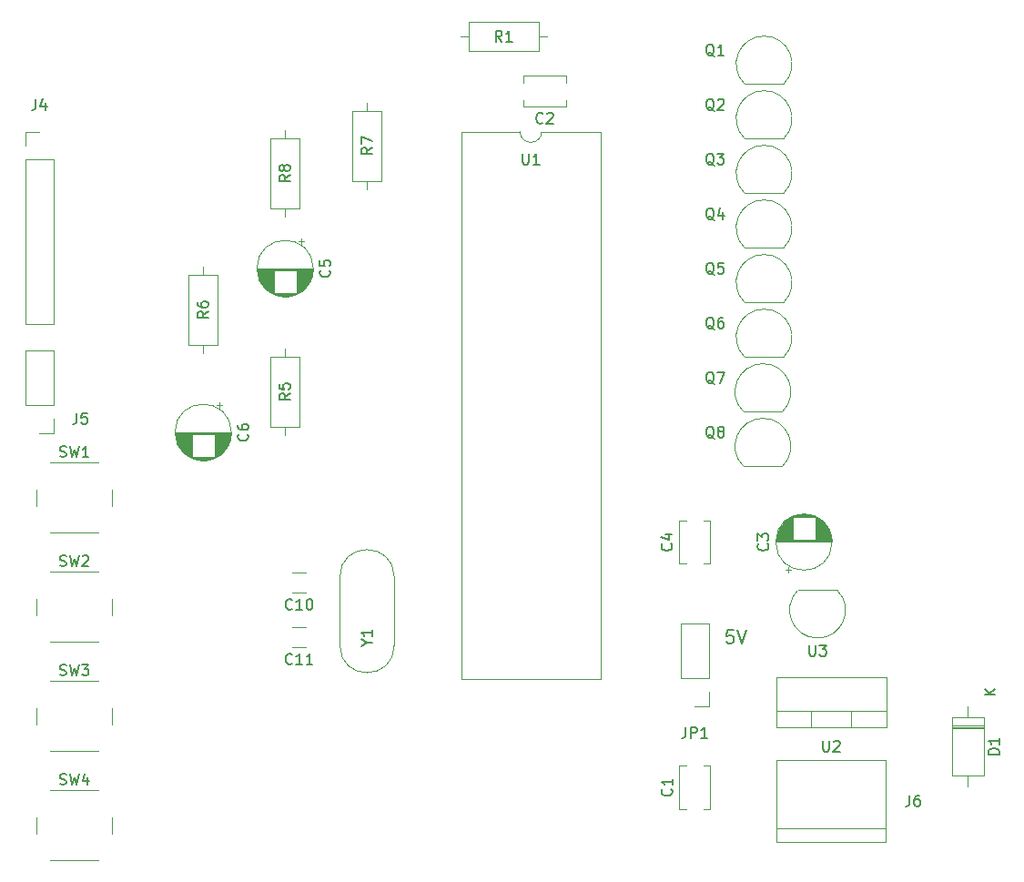
<source format=gto>
G04 #@! TF.GenerationSoftware,KiCad,Pcbnew,5.1.5-5.1.5*
G04 #@! TF.CreationDate,2020-09-06T13:46:36+10:00*
G04 #@! TF.ProjectId,89c52board,38396335-3262-46f6-9172-642e6b696361,rev?*
G04 #@! TF.SameCoordinates,PX48ab840PY18392c0*
G04 #@! TF.FileFunction,Legend,Top*
G04 #@! TF.FilePolarity,Positive*
%FSLAX46Y46*%
G04 Gerber Fmt 4.6, Leading zero omitted, Abs format (unit mm)*
G04 Created by KiCad (PCBNEW 5.1.5-5.1.5) date 2020-09-06 13:46:37*
%MOMM*%
%LPD*%
G04 APERTURE LIST*
%ADD10C,0.200000*%
%ADD11C,0.120000*%
%ADD12C,0.150000*%
G04 APERTURE END LIST*
D10*
X64541428Y-60302857D02*
X63970000Y-60302857D01*
X63912857Y-60874285D01*
X63970000Y-60817142D01*
X64084285Y-60760000D01*
X64370000Y-60760000D01*
X64484285Y-60817142D01*
X64541428Y-60874285D01*
X64598571Y-60988571D01*
X64598571Y-61274285D01*
X64541428Y-61388571D01*
X64484285Y-61445714D01*
X64370000Y-61502857D01*
X64084285Y-61502857D01*
X63970000Y-61445714D01*
X63912857Y-61388571D01*
X64941428Y-60302857D02*
X65341428Y-61502857D01*
X65741428Y-60302857D01*
D11*
X61755000Y-50070000D02*
X62380000Y-50070000D01*
X59540000Y-50070000D02*
X60165000Y-50070000D01*
X61755000Y-54110000D02*
X62380000Y-54110000D01*
X59540000Y-54110000D02*
X60165000Y-54110000D01*
X62380000Y-54110000D02*
X62380000Y-50070000D01*
X59540000Y-54110000D02*
X59540000Y-50070000D01*
X60165000Y-76930000D02*
X59540000Y-76930000D01*
X62380000Y-76930000D02*
X61755000Y-76930000D01*
X60165000Y-72890000D02*
X59540000Y-72890000D01*
X62380000Y-72890000D02*
X61755000Y-72890000D01*
X59540000Y-72890000D02*
X59540000Y-76930000D01*
X62380000Y-72890000D02*
X62380000Y-76930000D01*
X69395000Y-54644775D02*
X69895000Y-54644775D01*
X69645000Y-54894775D02*
X69645000Y-54394775D01*
X70836000Y-49489000D02*
X71404000Y-49489000D01*
X70602000Y-49529000D02*
X71638000Y-49529000D01*
X70443000Y-49569000D02*
X71797000Y-49569000D01*
X70315000Y-49609000D02*
X71925000Y-49609000D01*
X70205000Y-49649000D02*
X72035000Y-49649000D01*
X70109000Y-49689000D02*
X72131000Y-49689000D01*
X70022000Y-49729000D02*
X72218000Y-49729000D01*
X69942000Y-49769000D02*
X72298000Y-49769000D01*
X72160000Y-49809000D02*
X72371000Y-49809000D01*
X69869000Y-49809000D02*
X70080000Y-49809000D01*
X72160000Y-49849000D02*
X72439000Y-49849000D01*
X69801000Y-49849000D02*
X70080000Y-49849000D01*
X72160000Y-49889000D02*
X72503000Y-49889000D01*
X69737000Y-49889000D02*
X70080000Y-49889000D01*
X72160000Y-49929000D02*
X72563000Y-49929000D01*
X69677000Y-49929000D02*
X70080000Y-49929000D01*
X72160000Y-49969000D02*
X72620000Y-49969000D01*
X69620000Y-49969000D02*
X70080000Y-49969000D01*
X72160000Y-50009000D02*
X72674000Y-50009000D01*
X69566000Y-50009000D02*
X70080000Y-50009000D01*
X72160000Y-50049000D02*
X72725000Y-50049000D01*
X69515000Y-50049000D02*
X70080000Y-50049000D01*
X72160000Y-50089000D02*
X72773000Y-50089000D01*
X69467000Y-50089000D02*
X70080000Y-50089000D01*
X72160000Y-50129000D02*
X72819000Y-50129000D01*
X69421000Y-50129000D02*
X70080000Y-50129000D01*
X72160000Y-50169000D02*
X72863000Y-50169000D01*
X69377000Y-50169000D02*
X70080000Y-50169000D01*
X72160000Y-50209000D02*
X72905000Y-50209000D01*
X69335000Y-50209000D02*
X70080000Y-50209000D01*
X72160000Y-50249000D02*
X72946000Y-50249000D01*
X69294000Y-50249000D02*
X70080000Y-50249000D01*
X72160000Y-50289000D02*
X72984000Y-50289000D01*
X69256000Y-50289000D02*
X70080000Y-50289000D01*
X72160000Y-50329000D02*
X73021000Y-50329000D01*
X69219000Y-50329000D02*
X70080000Y-50329000D01*
X72160000Y-50369000D02*
X73057000Y-50369000D01*
X69183000Y-50369000D02*
X70080000Y-50369000D01*
X72160000Y-50409000D02*
X73091000Y-50409000D01*
X69149000Y-50409000D02*
X70080000Y-50409000D01*
X72160000Y-50449000D02*
X73124000Y-50449000D01*
X69116000Y-50449000D02*
X70080000Y-50449000D01*
X72160000Y-50489000D02*
X73155000Y-50489000D01*
X69085000Y-50489000D02*
X70080000Y-50489000D01*
X72160000Y-50529000D02*
X73185000Y-50529000D01*
X69055000Y-50529000D02*
X70080000Y-50529000D01*
X72160000Y-50569000D02*
X73215000Y-50569000D01*
X69025000Y-50569000D02*
X70080000Y-50569000D01*
X72160000Y-50609000D02*
X73242000Y-50609000D01*
X68998000Y-50609000D02*
X70080000Y-50609000D01*
X72160000Y-50649000D02*
X73269000Y-50649000D01*
X68971000Y-50649000D02*
X70080000Y-50649000D01*
X72160000Y-50689000D02*
X73295000Y-50689000D01*
X68945000Y-50689000D02*
X70080000Y-50689000D01*
X72160000Y-50729000D02*
X73320000Y-50729000D01*
X68920000Y-50729000D02*
X70080000Y-50729000D01*
X72160000Y-50769000D02*
X73344000Y-50769000D01*
X68896000Y-50769000D02*
X70080000Y-50769000D01*
X72160000Y-50809000D02*
X73367000Y-50809000D01*
X68873000Y-50809000D02*
X70080000Y-50809000D01*
X72160000Y-50849000D02*
X73388000Y-50849000D01*
X68852000Y-50849000D02*
X70080000Y-50849000D01*
X72160000Y-50889000D02*
X73410000Y-50889000D01*
X68830000Y-50889000D02*
X70080000Y-50889000D01*
X72160000Y-50929000D02*
X73430000Y-50929000D01*
X68810000Y-50929000D02*
X70080000Y-50929000D01*
X72160000Y-50969000D02*
X73449000Y-50969000D01*
X68791000Y-50969000D02*
X70080000Y-50969000D01*
X72160000Y-51009000D02*
X73468000Y-51009000D01*
X68772000Y-51009000D02*
X70080000Y-51009000D01*
X72160000Y-51049000D02*
X73485000Y-51049000D01*
X68755000Y-51049000D02*
X70080000Y-51049000D01*
X72160000Y-51089000D02*
X73502000Y-51089000D01*
X68738000Y-51089000D02*
X70080000Y-51089000D01*
X72160000Y-51129000D02*
X73518000Y-51129000D01*
X68722000Y-51129000D02*
X70080000Y-51129000D01*
X72160000Y-51169000D02*
X73534000Y-51169000D01*
X68706000Y-51169000D02*
X70080000Y-51169000D01*
X72160000Y-51209000D02*
X73548000Y-51209000D01*
X68692000Y-51209000D02*
X70080000Y-51209000D01*
X72160000Y-51249000D02*
X73562000Y-51249000D01*
X68678000Y-51249000D02*
X70080000Y-51249000D01*
X72160000Y-51289000D02*
X73575000Y-51289000D01*
X68665000Y-51289000D02*
X70080000Y-51289000D01*
X72160000Y-51329000D02*
X73588000Y-51329000D01*
X68652000Y-51329000D02*
X70080000Y-51329000D01*
X72160000Y-51369000D02*
X73600000Y-51369000D01*
X68640000Y-51369000D02*
X70080000Y-51369000D01*
X72160000Y-51410000D02*
X73611000Y-51410000D01*
X68629000Y-51410000D02*
X70080000Y-51410000D01*
X72160000Y-51450000D02*
X73621000Y-51450000D01*
X68619000Y-51450000D02*
X70080000Y-51450000D01*
X72160000Y-51490000D02*
X73631000Y-51490000D01*
X68609000Y-51490000D02*
X70080000Y-51490000D01*
X72160000Y-51530000D02*
X73640000Y-51530000D01*
X68600000Y-51530000D02*
X70080000Y-51530000D01*
X72160000Y-51570000D02*
X73648000Y-51570000D01*
X68592000Y-51570000D02*
X70080000Y-51570000D01*
X72160000Y-51610000D02*
X73656000Y-51610000D01*
X68584000Y-51610000D02*
X70080000Y-51610000D01*
X72160000Y-51650000D02*
X73663000Y-51650000D01*
X68577000Y-51650000D02*
X70080000Y-51650000D01*
X72160000Y-51690000D02*
X73670000Y-51690000D01*
X68570000Y-51690000D02*
X70080000Y-51690000D01*
X72160000Y-51730000D02*
X73676000Y-51730000D01*
X68564000Y-51730000D02*
X70080000Y-51730000D01*
X72160000Y-51770000D02*
X73681000Y-51770000D01*
X68559000Y-51770000D02*
X70080000Y-51770000D01*
X72160000Y-51810000D02*
X73685000Y-51810000D01*
X68555000Y-51810000D02*
X70080000Y-51810000D01*
X72160000Y-51850000D02*
X73689000Y-51850000D01*
X68551000Y-51850000D02*
X70080000Y-51850000D01*
X68547000Y-51890000D02*
X73693000Y-51890000D01*
X68544000Y-51930000D02*
X73696000Y-51930000D01*
X68542000Y-51970000D02*
X73698000Y-51970000D01*
X68541000Y-52010000D02*
X73699000Y-52010000D01*
X68540000Y-52050000D02*
X73700000Y-52050000D01*
X68540000Y-52090000D02*
X73700000Y-52090000D01*
X73740000Y-52090000D02*
G75*
G03X73740000Y-52090000I-2620000J0D01*
G01*
X44990000Y-9365000D02*
X44990000Y-8740000D01*
X44990000Y-11580000D02*
X44990000Y-10955000D01*
X49030000Y-9365000D02*
X49030000Y-8740000D01*
X49030000Y-11580000D02*
X49030000Y-10955000D01*
X49030000Y-8740000D02*
X44990000Y-8740000D01*
X49030000Y-11580000D02*
X44990000Y-11580000D01*
X87830000Y-69180000D02*
X84890000Y-69180000D01*
X87830000Y-69420000D02*
X84890000Y-69420000D01*
X87830000Y-69300000D02*
X84890000Y-69300000D01*
X86360000Y-74860000D02*
X86360000Y-73840000D01*
X86360000Y-67380000D02*
X86360000Y-68400000D01*
X87830000Y-73840000D02*
X87830000Y-68400000D01*
X84890000Y-73840000D02*
X87830000Y-73840000D01*
X84890000Y-68400000D02*
X84890000Y-73840000D01*
X87830000Y-68400000D02*
X84890000Y-68400000D01*
X69148478Y-45018478D02*
G75*
G03X67310000Y-40580000I-1838478J1838478D01*
G01*
X65471522Y-45018478D02*
G75*
G02X67310000Y-40580000I1838478J1838478D01*
G01*
X65510000Y-45030000D02*
X69110000Y-45030000D01*
X69148478Y-39938478D02*
G75*
G03X67310000Y-35500000I-1838478J1838478D01*
G01*
X65471522Y-39938478D02*
G75*
G02X67310000Y-35500000I1838478J1838478D01*
G01*
X65510000Y-39950000D02*
X69110000Y-39950000D01*
X68580000Y-80010000D02*
X78740000Y-80010000D01*
X68580000Y-72390000D02*
X68580000Y-80010000D01*
X78740000Y-72390000D02*
X68580000Y-72390000D01*
X78740000Y-80010000D02*
X78740000Y-72390000D01*
X78740000Y-78740000D02*
X68580000Y-78740000D01*
X62290000Y-67370000D02*
X60960000Y-67370000D01*
X62290000Y-66040000D02*
X62290000Y-67370000D01*
X62290000Y-64770000D02*
X59630000Y-64770000D01*
X59630000Y-64770000D02*
X59630000Y-59630000D01*
X62290000Y-64770000D02*
X62290000Y-59630000D01*
X62290000Y-59630000D02*
X59630000Y-59630000D01*
X-1330000Y-13910000D02*
X0Y-13910000D01*
X-1330000Y-15240000D02*
X-1330000Y-13910000D01*
X-1330000Y-16510000D02*
X1330000Y-16510000D01*
X1330000Y-16510000D02*
X1330000Y-31810000D01*
X-1330000Y-16510000D02*
X-1330000Y-31810000D01*
X-1330000Y-31810000D02*
X1330000Y-31810000D01*
X6750000Y-58880000D02*
X6750000Y-57380000D01*
X5500000Y-54880000D02*
X1000000Y-54880000D01*
X-250000Y-57380000D02*
X-250000Y-58880000D01*
X1000000Y-61380000D02*
X5500000Y-61380000D01*
X6750000Y-48720000D02*
X6750000Y-47220000D01*
X5500000Y-44720000D02*
X1000000Y-44720000D01*
X-250000Y-47220000D02*
X-250000Y-48720000D01*
X1000000Y-51220000D02*
X5500000Y-51220000D01*
X33005000Y-55320000D02*
G75*
G03X27955000Y-55320000I-2525000J0D01*
G01*
X33005000Y-61720000D02*
G75*
G02X27955000Y-61720000I-2525000J0D01*
G01*
X33005000Y-61720000D02*
X33005000Y-55320000D01*
X27955000Y-61720000D02*
X27955000Y-55320000D01*
X70551522Y-56581522D02*
G75*
G03X72390000Y-61020000I1838478J-1838478D01*
G01*
X74228478Y-56581522D02*
G75*
G02X72390000Y-61020000I-1838478J-1838478D01*
G01*
X74190000Y-56570000D02*
X70590000Y-56570000D01*
X71809000Y-69310000D02*
X71809000Y-67800000D01*
X75510000Y-69310000D02*
X75510000Y-67800000D01*
X78780000Y-67800000D02*
X68540000Y-67800000D01*
X68540000Y-69310000D02*
X68540000Y-64669000D01*
X78780000Y-69310000D02*
X78780000Y-64669000D01*
X78780000Y-64669000D02*
X68540000Y-64669000D01*
X78780000Y-69310000D02*
X68540000Y-69310000D01*
X52180000Y-13910000D02*
X46720000Y-13910000D01*
X52180000Y-64830000D02*
X52180000Y-13910000D01*
X39260000Y-64830000D02*
X52180000Y-64830000D01*
X39260000Y-13910000D02*
X39260000Y-64830000D01*
X44720000Y-13910000D02*
X39260000Y-13910000D01*
X46720000Y-13910000D02*
G75*
G02X44720000Y-13910000I-1000000J0D01*
G01*
X6750000Y-79200000D02*
X6750000Y-77700000D01*
X5500000Y-75200000D02*
X1000000Y-75200000D01*
X-250000Y-77700000D02*
X-250000Y-79200000D01*
X1000000Y-81700000D02*
X5500000Y-81700000D01*
X6750000Y-69040000D02*
X6750000Y-67540000D01*
X5500000Y-65040000D02*
X1000000Y-65040000D01*
X-250000Y-67540000D02*
X-250000Y-69040000D01*
X1000000Y-71540000D02*
X5500000Y-71540000D01*
X22860000Y-21820000D02*
X22860000Y-21050000D01*
X22860000Y-13740000D02*
X22860000Y-14510000D01*
X24230000Y-21050000D02*
X24230000Y-14510000D01*
X21490000Y-21050000D02*
X24230000Y-21050000D01*
X21490000Y-14510000D02*
X21490000Y-21050000D01*
X24230000Y-14510000D02*
X21490000Y-14510000D01*
X30480000Y-19280000D02*
X30480000Y-18510000D01*
X30480000Y-11200000D02*
X30480000Y-11970000D01*
X31850000Y-18510000D02*
X31850000Y-11970000D01*
X29110000Y-18510000D02*
X31850000Y-18510000D01*
X29110000Y-11970000D02*
X29110000Y-18510000D01*
X31850000Y-11970000D02*
X29110000Y-11970000D01*
X15240000Y-34520000D02*
X15240000Y-33750000D01*
X15240000Y-26440000D02*
X15240000Y-27210000D01*
X16610000Y-33750000D02*
X16610000Y-27210000D01*
X13870000Y-33750000D02*
X16610000Y-33750000D01*
X13870000Y-27210000D02*
X13870000Y-33750000D01*
X16610000Y-27210000D02*
X13870000Y-27210000D01*
X22860000Y-42140000D02*
X22860000Y-41370000D01*
X22860000Y-34060000D02*
X22860000Y-34830000D01*
X24230000Y-41370000D02*
X24230000Y-34830000D01*
X21490000Y-41370000D02*
X24230000Y-41370000D01*
X21490000Y-34830000D02*
X21490000Y-41370000D01*
X24230000Y-34830000D02*
X21490000Y-34830000D01*
X47220000Y-5080000D02*
X46450000Y-5080000D01*
X39140000Y-5080000D02*
X39910000Y-5080000D01*
X46450000Y-3710000D02*
X39910000Y-3710000D01*
X46450000Y-6450000D02*
X46450000Y-3710000D01*
X39910000Y-6450000D02*
X46450000Y-6450000D01*
X39910000Y-3710000D02*
X39910000Y-6450000D01*
X69253478Y-34858478D02*
G75*
G03X67415000Y-30420000I-1838478J1838478D01*
G01*
X65576522Y-34858478D02*
G75*
G02X67415000Y-30420000I1838478J1838478D01*
G01*
X65615000Y-34870000D02*
X69215000Y-34870000D01*
X69253478Y-29778478D02*
G75*
G03X67415000Y-25340000I-1838478J1838478D01*
G01*
X65576522Y-29778478D02*
G75*
G02X67415000Y-25340000I1838478J1838478D01*
G01*
X65615000Y-29790000D02*
X69215000Y-29790000D01*
X69253478Y-24698478D02*
G75*
G03X67415000Y-20260000I-1838478J1838478D01*
G01*
X65576522Y-24698478D02*
G75*
G02X67415000Y-20260000I1838478J1838478D01*
G01*
X65615000Y-24710000D02*
X69215000Y-24710000D01*
X69253478Y-19618478D02*
G75*
G03X67415000Y-15180000I-1838478J1838478D01*
G01*
X65576522Y-19618478D02*
G75*
G02X67415000Y-15180000I1838478J1838478D01*
G01*
X65615000Y-19630000D02*
X69215000Y-19630000D01*
X69253478Y-14538478D02*
G75*
G03X67415000Y-10100000I-1838478J1838478D01*
G01*
X65576522Y-14538478D02*
G75*
G02X67415000Y-10100000I1838478J1838478D01*
G01*
X65615000Y-14550000D02*
X69215000Y-14550000D01*
X69253478Y-9458478D02*
G75*
G03X67415000Y-5020000I-1838478J1838478D01*
G01*
X65576522Y-9458478D02*
G75*
G02X67415000Y-5020000I1838478J1838478D01*
G01*
X65615000Y-9470000D02*
X69215000Y-9470000D01*
X1330000Y-41970000D02*
X0Y-41970000D01*
X1330000Y-40640000D02*
X1330000Y-41970000D01*
X1330000Y-39370000D02*
X-1330000Y-39370000D01*
X-1330000Y-39370000D02*
X-1330000Y-34230000D01*
X1330000Y-39370000D02*
X1330000Y-34230000D01*
X1330000Y-34230000D02*
X-1330000Y-34230000D01*
X24779000Y-60040000D02*
X23521000Y-60040000D01*
X24779000Y-61880000D02*
X23521000Y-61880000D01*
X24779000Y-54960000D02*
X23521000Y-54960000D01*
X24779000Y-56800000D02*
X23521000Y-56800000D01*
X16965000Y-39335225D02*
X16465000Y-39335225D01*
X16715000Y-39085225D02*
X16715000Y-39585225D01*
X15524000Y-44491000D02*
X14956000Y-44491000D01*
X15758000Y-44451000D02*
X14722000Y-44451000D01*
X15917000Y-44411000D02*
X14563000Y-44411000D01*
X16045000Y-44371000D02*
X14435000Y-44371000D01*
X16155000Y-44331000D02*
X14325000Y-44331000D01*
X16251000Y-44291000D02*
X14229000Y-44291000D01*
X16338000Y-44251000D02*
X14142000Y-44251000D01*
X16418000Y-44211000D02*
X14062000Y-44211000D01*
X14200000Y-44171000D02*
X13989000Y-44171000D01*
X16491000Y-44171000D02*
X16280000Y-44171000D01*
X14200000Y-44131000D02*
X13921000Y-44131000D01*
X16559000Y-44131000D02*
X16280000Y-44131000D01*
X14200000Y-44091000D02*
X13857000Y-44091000D01*
X16623000Y-44091000D02*
X16280000Y-44091000D01*
X14200000Y-44051000D02*
X13797000Y-44051000D01*
X16683000Y-44051000D02*
X16280000Y-44051000D01*
X14200000Y-44011000D02*
X13740000Y-44011000D01*
X16740000Y-44011000D02*
X16280000Y-44011000D01*
X14200000Y-43971000D02*
X13686000Y-43971000D01*
X16794000Y-43971000D02*
X16280000Y-43971000D01*
X14200000Y-43931000D02*
X13635000Y-43931000D01*
X16845000Y-43931000D02*
X16280000Y-43931000D01*
X14200000Y-43891000D02*
X13587000Y-43891000D01*
X16893000Y-43891000D02*
X16280000Y-43891000D01*
X14200000Y-43851000D02*
X13541000Y-43851000D01*
X16939000Y-43851000D02*
X16280000Y-43851000D01*
X14200000Y-43811000D02*
X13497000Y-43811000D01*
X16983000Y-43811000D02*
X16280000Y-43811000D01*
X14200000Y-43771000D02*
X13455000Y-43771000D01*
X17025000Y-43771000D02*
X16280000Y-43771000D01*
X14200000Y-43731000D02*
X13414000Y-43731000D01*
X17066000Y-43731000D02*
X16280000Y-43731000D01*
X14200000Y-43691000D02*
X13376000Y-43691000D01*
X17104000Y-43691000D02*
X16280000Y-43691000D01*
X14200000Y-43651000D02*
X13339000Y-43651000D01*
X17141000Y-43651000D02*
X16280000Y-43651000D01*
X14200000Y-43611000D02*
X13303000Y-43611000D01*
X17177000Y-43611000D02*
X16280000Y-43611000D01*
X14200000Y-43571000D02*
X13269000Y-43571000D01*
X17211000Y-43571000D02*
X16280000Y-43571000D01*
X14200000Y-43531000D02*
X13236000Y-43531000D01*
X17244000Y-43531000D02*
X16280000Y-43531000D01*
X14200000Y-43491000D02*
X13205000Y-43491000D01*
X17275000Y-43491000D02*
X16280000Y-43491000D01*
X14200000Y-43451000D02*
X13175000Y-43451000D01*
X17305000Y-43451000D02*
X16280000Y-43451000D01*
X14200000Y-43411000D02*
X13145000Y-43411000D01*
X17335000Y-43411000D02*
X16280000Y-43411000D01*
X14200000Y-43371000D02*
X13118000Y-43371000D01*
X17362000Y-43371000D02*
X16280000Y-43371000D01*
X14200000Y-43331000D02*
X13091000Y-43331000D01*
X17389000Y-43331000D02*
X16280000Y-43331000D01*
X14200000Y-43291000D02*
X13065000Y-43291000D01*
X17415000Y-43291000D02*
X16280000Y-43291000D01*
X14200000Y-43251000D02*
X13040000Y-43251000D01*
X17440000Y-43251000D02*
X16280000Y-43251000D01*
X14200000Y-43211000D02*
X13016000Y-43211000D01*
X17464000Y-43211000D02*
X16280000Y-43211000D01*
X14200000Y-43171000D02*
X12993000Y-43171000D01*
X17487000Y-43171000D02*
X16280000Y-43171000D01*
X14200000Y-43131000D02*
X12972000Y-43131000D01*
X17508000Y-43131000D02*
X16280000Y-43131000D01*
X14200000Y-43091000D02*
X12950000Y-43091000D01*
X17530000Y-43091000D02*
X16280000Y-43091000D01*
X14200000Y-43051000D02*
X12930000Y-43051000D01*
X17550000Y-43051000D02*
X16280000Y-43051000D01*
X14200000Y-43011000D02*
X12911000Y-43011000D01*
X17569000Y-43011000D02*
X16280000Y-43011000D01*
X14200000Y-42971000D02*
X12892000Y-42971000D01*
X17588000Y-42971000D02*
X16280000Y-42971000D01*
X14200000Y-42931000D02*
X12875000Y-42931000D01*
X17605000Y-42931000D02*
X16280000Y-42931000D01*
X14200000Y-42891000D02*
X12858000Y-42891000D01*
X17622000Y-42891000D02*
X16280000Y-42891000D01*
X14200000Y-42851000D02*
X12842000Y-42851000D01*
X17638000Y-42851000D02*
X16280000Y-42851000D01*
X14200000Y-42811000D02*
X12826000Y-42811000D01*
X17654000Y-42811000D02*
X16280000Y-42811000D01*
X14200000Y-42771000D02*
X12812000Y-42771000D01*
X17668000Y-42771000D02*
X16280000Y-42771000D01*
X14200000Y-42731000D02*
X12798000Y-42731000D01*
X17682000Y-42731000D02*
X16280000Y-42731000D01*
X14200000Y-42691000D02*
X12785000Y-42691000D01*
X17695000Y-42691000D02*
X16280000Y-42691000D01*
X14200000Y-42651000D02*
X12772000Y-42651000D01*
X17708000Y-42651000D02*
X16280000Y-42651000D01*
X14200000Y-42611000D02*
X12760000Y-42611000D01*
X17720000Y-42611000D02*
X16280000Y-42611000D01*
X14200000Y-42570000D02*
X12749000Y-42570000D01*
X17731000Y-42570000D02*
X16280000Y-42570000D01*
X14200000Y-42530000D02*
X12739000Y-42530000D01*
X17741000Y-42530000D02*
X16280000Y-42530000D01*
X14200000Y-42490000D02*
X12729000Y-42490000D01*
X17751000Y-42490000D02*
X16280000Y-42490000D01*
X14200000Y-42450000D02*
X12720000Y-42450000D01*
X17760000Y-42450000D02*
X16280000Y-42450000D01*
X14200000Y-42410000D02*
X12712000Y-42410000D01*
X17768000Y-42410000D02*
X16280000Y-42410000D01*
X14200000Y-42370000D02*
X12704000Y-42370000D01*
X17776000Y-42370000D02*
X16280000Y-42370000D01*
X14200000Y-42330000D02*
X12697000Y-42330000D01*
X17783000Y-42330000D02*
X16280000Y-42330000D01*
X14200000Y-42290000D02*
X12690000Y-42290000D01*
X17790000Y-42290000D02*
X16280000Y-42290000D01*
X14200000Y-42250000D02*
X12684000Y-42250000D01*
X17796000Y-42250000D02*
X16280000Y-42250000D01*
X14200000Y-42210000D02*
X12679000Y-42210000D01*
X17801000Y-42210000D02*
X16280000Y-42210000D01*
X14200000Y-42170000D02*
X12675000Y-42170000D01*
X17805000Y-42170000D02*
X16280000Y-42170000D01*
X14200000Y-42130000D02*
X12671000Y-42130000D01*
X17809000Y-42130000D02*
X16280000Y-42130000D01*
X17813000Y-42090000D02*
X12667000Y-42090000D01*
X17816000Y-42050000D02*
X12664000Y-42050000D01*
X17818000Y-42010000D02*
X12662000Y-42010000D01*
X17819000Y-41970000D02*
X12661000Y-41970000D01*
X17820000Y-41930000D02*
X12660000Y-41930000D01*
X17820000Y-41890000D02*
X12660000Y-41890000D01*
X17860000Y-41890000D02*
G75*
G03X17860000Y-41890000I-2620000J0D01*
G01*
X24585000Y-24095225D02*
X24085000Y-24095225D01*
X24335000Y-23845225D02*
X24335000Y-24345225D01*
X23144000Y-29251000D02*
X22576000Y-29251000D01*
X23378000Y-29211000D02*
X22342000Y-29211000D01*
X23537000Y-29171000D02*
X22183000Y-29171000D01*
X23665000Y-29131000D02*
X22055000Y-29131000D01*
X23775000Y-29091000D02*
X21945000Y-29091000D01*
X23871000Y-29051000D02*
X21849000Y-29051000D01*
X23958000Y-29011000D02*
X21762000Y-29011000D01*
X24038000Y-28971000D02*
X21682000Y-28971000D01*
X21820000Y-28931000D02*
X21609000Y-28931000D01*
X24111000Y-28931000D02*
X23900000Y-28931000D01*
X21820000Y-28891000D02*
X21541000Y-28891000D01*
X24179000Y-28891000D02*
X23900000Y-28891000D01*
X21820000Y-28851000D02*
X21477000Y-28851000D01*
X24243000Y-28851000D02*
X23900000Y-28851000D01*
X21820000Y-28811000D02*
X21417000Y-28811000D01*
X24303000Y-28811000D02*
X23900000Y-28811000D01*
X21820000Y-28771000D02*
X21360000Y-28771000D01*
X24360000Y-28771000D02*
X23900000Y-28771000D01*
X21820000Y-28731000D02*
X21306000Y-28731000D01*
X24414000Y-28731000D02*
X23900000Y-28731000D01*
X21820000Y-28691000D02*
X21255000Y-28691000D01*
X24465000Y-28691000D02*
X23900000Y-28691000D01*
X21820000Y-28651000D02*
X21207000Y-28651000D01*
X24513000Y-28651000D02*
X23900000Y-28651000D01*
X21820000Y-28611000D02*
X21161000Y-28611000D01*
X24559000Y-28611000D02*
X23900000Y-28611000D01*
X21820000Y-28571000D02*
X21117000Y-28571000D01*
X24603000Y-28571000D02*
X23900000Y-28571000D01*
X21820000Y-28531000D02*
X21075000Y-28531000D01*
X24645000Y-28531000D02*
X23900000Y-28531000D01*
X21820000Y-28491000D02*
X21034000Y-28491000D01*
X24686000Y-28491000D02*
X23900000Y-28491000D01*
X21820000Y-28451000D02*
X20996000Y-28451000D01*
X24724000Y-28451000D02*
X23900000Y-28451000D01*
X21820000Y-28411000D02*
X20959000Y-28411000D01*
X24761000Y-28411000D02*
X23900000Y-28411000D01*
X21820000Y-28371000D02*
X20923000Y-28371000D01*
X24797000Y-28371000D02*
X23900000Y-28371000D01*
X21820000Y-28331000D02*
X20889000Y-28331000D01*
X24831000Y-28331000D02*
X23900000Y-28331000D01*
X21820000Y-28291000D02*
X20856000Y-28291000D01*
X24864000Y-28291000D02*
X23900000Y-28291000D01*
X21820000Y-28251000D02*
X20825000Y-28251000D01*
X24895000Y-28251000D02*
X23900000Y-28251000D01*
X21820000Y-28211000D02*
X20795000Y-28211000D01*
X24925000Y-28211000D02*
X23900000Y-28211000D01*
X21820000Y-28171000D02*
X20765000Y-28171000D01*
X24955000Y-28171000D02*
X23900000Y-28171000D01*
X21820000Y-28131000D02*
X20738000Y-28131000D01*
X24982000Y-28131000D02*
X23900000Y-28131000D01*
X21820000Y-28091000D02*
X20711000Y-28091000D01*
X25009000Y-28091000D02*
X23900000Y-28091000D01*
X21820000Y-28051000D02*
X20685000Y-28051000D01*
X25035000Y-28051000D02*
X23900000Y-28051000D01*
X21820000Y-28011000D02*
X20660000Y-28011000D01*
X25060000Y-28011000D02*
X23900000Y-28011000D01*
X21820000Y-27971000D02*
X20636000Y-27971000D01*
X25084000Y-27971000D02*
X23900000Y-27971000D01*
X21820000Y-27931000D02*
X20613000Y-27931000D01*
X25107000Y-27931000D02*
X23900000Y-27931000D01*
X21820000Y-27891000D02*
X20592000Y-27891000D01*
X25128000Y-27891000D02*
X23900000Y-27891000D01*
X21820000Y-27851000D02*
X20570000Y-27851000D01*
X25150000Y-27851000D02*
X23900000Y-27851000D01*
X21820000Y-27811000D02*
X20550000Y-27811000D01*
X25170000Y-27811000D02*
X23900000Y-27811000D01*
X21820000Y-27771000D02*
X20531000Y-27771000D01*
X25189000Y-27771000D02*
X23900000Y-27771000D01*
X21820000Y-27731000D02*
X20512000Y-27731000D01*
X25208000Y-27731000D02*
X23900000Y-27731000D01*
X21820000Y-27691000D02*
X20495000Y-27691000D01*
X25225000Y-27691000D02*
X23900000Y-27691000D01*
X21820000Y-27651000D02*
X20478000Y-27651000D01*
X25242000Y-27651000D02*
X23900000Y-27651000D01*
X21820000Y-27611000D02*
X20462000Y-27611000D01*
X25258000Y-27611000D02*
X23900000Y-27611000D01*
X21820000Y-27571000D02*
X20446000Y-27571000D01*
X25274000Y-27571000D02*
X23900000Y-27571000D01*
X21820000Y-27531000D02*
X20432000Y-27531000D01*
X25288000Y-27531000D02*
X23900000Y-27531000D01*
X21820000Y-27491000D02*
X20418000Y-27491000D01*
X25302000Y-27491000D02*
X23900000Y-27491000D01*
X21820000Y-27451000D02*
X20405000Y-27451000D01*
X25315000Y-27451000D02*
X23900000Y-27451000D01*
X21820000Y-27411000D02*
X20392000Y-27411000D01*
X25328000Y-27411000D02*
X23900000Y-27411000D01*
X21820000Y-27371000D02*
X20380000Y-27371000D01*
X25340000Y-27371000D02*
X23900000Y-27371000D01*
X21820000Y-27330000D02*
X20369000Y-27330000D01*
X25351000Y-27330000D02*
X23900000Y-27330000D01*
X21820000Y-27290000D02*
X20359000Y-27290000D01*
X25361000Y-27290000D02*
X23900000Y-27290000D01*
X21820000Y-27250000D02*
X20349000Y-27250000D01*
X25371000Y-27250000D02*
X23900000Y-27250000D01*
X21820000Y-27210000D02*
X20340000Y-27210000D01*
X25380000Y-27210000D02*
X23900000Y-27210000D01*
X21820000Y-27170000D02*
X20332000Y-27170000D01*
X25388000Y-27170000D02*
X23900000Y-27170000D01*
X21820000Y-27130000D02*
X20324000Y-27130000D01*
X25396000Y-27130000D02*
X23900000Y-27130000D01*
X21820000Y-27090000D02*
X20317000Y-27090000D01*
X25403000Y-27090000D02*
X23900000Y-27090000D01*
X21820000Y-27050000D02*
X20310000Y-27050000D01*
X25410000Y-27050000D02*
X23900000Y-27050000D01*
X21820000Y-27010000D02*
X20304000Y-27010000D01*
X25416000Y-27010000D02*
X23900000Y-27010000D01*
X21820000Y-26970000D02*
X20299000Y-26970000D01*
X25421000Y-26970000D02*
X23900000Y-26970000D01*
X21820000Y-26930000D02*
X20295000Y-26930000D01*
X25425000Y-26930000D02*
X23900000Y-26930000D01*
X21820000Y-26890000D02*
X20291000Y-26890000D01*
X25429000Y-26890000D02*
X23900000Y-26890000D01*
X25433000Y-26850000D02*
X20287000Y-26850000D01*
X25436000Y-26810000D02*
X20284000Y-26810000D01*
X25438000Y-26770000D02*
X20282000Y-26770000D01*
X25439000Y-26730000D02*
X20281000Y-26730000D01*
X25440000Y-26690000D02*
X20280000Y-26690000D01*
X25440000Y-26650000D02*
X20280000Y-26650000D01*
X25480000Y-26650000D02*
G75*
G03X25480000Y-26650000I-2620000J0D01*
G01*
D12*
X58767142Y-52256666D02*
X58814761Y-52304285D01*
X58862380Y-52447142D01*
X58862380Y-52542380D01*
X58814761Y-52685238D01*
X58719523Y-52780476D01*
X58624285Y-52828095D01*
X58433809Y-52875714D01*
X58290952Y-52875714D01*
X58100476Y-52828095D01*
X58005238Y-52780476D01*
X57910000Y-52685238D01*
X57862380Y-52542380D01*
X57862380Y-52447142D01*
X57910000Y-52304285D01*
X57957619Y-52256666D01*
X58195714Y-51399523D02*
X58862380Y-51399523D01*
X57814761Y-51637619D02*
X58529047Y-51875714D01*
X58529047Y-51256666D01*
X58777142Y-75076666D02*
X58824761Y-75124285D01*
X58872380Y-75267142D01*
X58872380Y-75362380D01*
X58824761Y-75505238D01*
X58729523Y-75600476D01*
X58634285Y-75648095D01*
X58443809Y-75695714D01*
X58300952Y-75695714D01*
X58110476Y-75648095D01*
X58015238Y-75600476D01*
X57920000Y-75505238D01*
X57872380Y-75362380D01*
X57872380Y-75267142D01*
X57920000Y-75124285D01*
X57967619Y-75076666D01*
X58872380Y-74124285D02*
X58872380Y-74695714D01*
X58872380Y-74410000D02*
X57872380Y-74410000D01*
X58015238Y-74505238D01*
X58110476Y-74600476D01*
X58158095Y-74695714D01*
X67727142Y-52256666D02*
X67774761Y-52304285D01*
X67822380Y-52447142D01*
X67822380Y-52542380D01*
X67774761Y-52685238D01*
X67679523Y-52780476D01*
X67584285Y-52828095D01*
X67393809Y-52875714D01*
X67250952Y-52875714D01*
X67060476Y-52828095D01*
X66965238Y-52780476D01*
X66870000Y-52685238D01*
X66822380Y-52542380D01*
X66822380Y-52447142D01*
X66870000Y-52304285D01*
X66917619Y-52256666D01*
X66822380Y-51923333D02*
X66822380Y-51304285D01*
X67203333Y-51637619D01*
X67203333Y-51494761D01*
X67250952Y-51399523D01*
X67298571Y-51351904D01*
X67393809Y-51304285D01*
X67631904Y-51304285D01*
X67727142Y-51351904D01*
X67774761Y-51399523D01*
X67822380Y-51494761D01*
X67822380Y-51780476D01*
X67774761Y-51875714D01*
X67727142Y-51923333D01*
X46843333Y-13067142D02*
X46795714Y-13114761D01*
X46652857Y-13162380D01*
X46557619Y-13162380D01*
X46414761Y-13114761D01*
X46319523Y-13019523D01*
X46271904Y-12924285D01*
X46224285Y-12733809D01*
X46224285Y-12590952D01*
X46271904Y-12400476D01*
X46319523Y-12305238D01*
X46414761Y-12210000D01*
X46557619Y-12162380D01*
X46652857Y-12162380D01*
X46795714Y-12210000D01*
X46843333Y-12257619D01*
X47224285Y-12257619D02*
X47271904Y-12210000D01*
X47367142Y-12162380D01*
X47605238Y-12162380D01*
X47700476Y-12210000D01*
X47748095Y-12257619D01*
X47795714Y-12352857D01*
X47795714Y-12448095D01*
X47748095Y-12590952D01*
X47176666Y-13162380D01*
X47795714Y-13162380D01*
X89282380Y-71858095D02*
X88282380Y-71858095D01*
X88282380Y-71620000D01*
X88330000Y-71477142D01*
X88425238Y-71381904D01*
X88520476Y-71334285D01*
X88710952Y-71286666D01*
X88853809Y-71286666D01*
X89044285Y-71334285D01*
X89139523Y-71381904D01*
X89234761Y-71477142D01*
X89282380Y-71620000D01*
X89282380Y-71858095D01*
X89282380Y-70334285D02*
X89282380Y-70905714D01*
X89282380Y-70620000D02*
X88282380Y-70620000D01*
X88425238Y-70715238D01*
X88520476Y-70810476D01*
X88568095Y-70905714D01*
X88912380Y-66301904D02*
X87912380Y-66301904D01*
X88912380Y-65730476D02*
X88340952Y-66159047D01*
X87912380Y-65730476D02*
X88483809Y-66301904D01*
X62769761Y-42457619D02*
X62674523Y-42410000D01*
X62579285Y-42314761D01*
X62436428Y-42171904D01*
X62341190Y-42124285D01*
X62245952Y-42124285D01*
X62293571Y-42362380D02*
X62198333Y-42314761D01*
X62103095Y-42219523D01*
X62055476Y-42029047D01*
X62055476Y-41695714D01*
X62103095Y-41505238D01*
X62198333Y-41410000D01*
X62293571Y-41362380D01*
X62484047Y-41362380D01*
X62579285Y-41410000D01*
X62674523Y-41505238D01*
X62722142Y-41695714D01*
X62722142Y-42029047D01*
X62674523Y-42219523D01*
X62579285Y-42314761D01*
X62484047Y-42362380D01*
X62293571Y-42362380D01*
X63293571Y-41790952D02*
X63198333Y-41743333D01*
X63150714Y-41695714D01*
X63103095Y-41600476D01*
X63103095Y-41552857D01*
X63150714Y-41457619D01*
X63198333Y-41410000D01*
X63293571Y-41362380D01*
X63484047Y-41362380D01*
X63579285Y-41410000D01*
X63626904Y-41457619D01*
X63674523Y-41552857D01*
X63674523Y-41600476D01*
X63626904Y-41695714D01*
X63579285Y-41743333D01*
X63484047Y-41790952D01*
X63293571Y-41790952D01*
X63198333Y-41838571D01*
X63150714Y-41886190D01*
X63103095Y-41981428D01*
X63103095Y-42171904D01*
X63150714Y-42267142D01*
X63198333Y-42314761D01*
X63293571Y-42362380D01*
X63484047Y-42362380D01*
X63579285Y-42314761D01*
X63626904Y-42267142D01*
X63674523Y-42171904D01*
X63674523Y-41981428D01*
X63626904Y-41886190D01*
X63579285Y-41838571D01*
X63484047Y-41790952D01*
X62769761Y-37377619D02*
X62674523Y-37330000D01*
X62579285Y-37234761D01*
X62436428Y-37091904D01*
X62341190Y-37044285D01*
X62245952Y-37044285D01*
X62293571Y-37282380D02*
X62198333Y-37234761D01*
X62103095Y-37139523D01*
X62055476Y-36949047D01*
X62055476Y-36615714D01*
X62103095Y-36425238D01*
X62198333Y-36330000D01*
X62293571Y-36282380D01*
X62484047Y-36282380D01*
X62579285Y-36330000D01*
X62674523Y-36425238D01*
X62722142Y-36615714D01*
X62722142Y-36949047D01*
X62674523Y-37139523D01*
X62579285Y-37234761D01*
X62484047Y-37282380D01*
X62293571Y-37282380D01*
X63055476Y-36282380D02*
X63722142Y-36282380D01*
X63293571Y-37282380D01*
X80946666Y-75652380D02*
X80946666Y-76366666D01*
X80899047Y-76509523D01*
X80803809Y-76604761D01*
X80660952Y-76652380D01*
X80565714Y-76652380D01*
X81851428Y-75652380D02*
X81660952Y-75652380D01*
X81565714Y-75700000D01*
X81518095Y-75747619D01*
X81422857Y-75890476D01*
X81375238Y-76080952D01*
X81375238Y-76461904D01*
X81422857Y-76557142D01*
X81470476Y-76604761D01*
X81565714Y-76652380D01*
X81756190Y-76652380D01*
X81851428Y-76604761D01*
X81899047Y-76557142D01*
X81946666Y-76461904D01*
X81946666Y-76223809D01*
X81899047Y-76128571D01*
X81851428Y-76080952D01*
X81756190Y-76033333D01*
X81565714Y-76033333D01*
X81470476Y-76080952D01*
X81422857Y-76128571D01*
X81375238Y-76223809D01*
X60126666Y-69302380D02*
X60126666Y-70016666D01*
X60079047Y-70159523D01*
X59983809Y-70254761D01*
X59840952Y-70302380D01*
X59745714Y-70302380D01*
X60602857Y-70302380D02*
X60602857Y-69302380D01*
X60983809Y-69302380D01*
X61079047Y-69350000D01*
X61126666Y-69397619D01*
X61174285Y-69492857D01*
X61174285Y-69635714D01*
X61126666Y-69730952D01*
X61079047Y-69778571D01*
X60983809Y-69826190D01*
X60602857Y-69826190D01*
X62126666Y-70302380D02*
X61555238Y-70302380D01*
X61840952Y-70302380D02*
X61840952Y-69302380D01*
X61745714Y-69445238D01*
X61650476Y-69540476D01*
X61555238Y-69588095D01*
X-333334Y-10882380D02*
X-333334Y-11596666D01*
X-380953Y-11739523D01*
X-476191Y-11834761D01*
X-619048Y-11882380D01*
X-714286Y-11882380D01*
X571428Y-11215714D02*
X571428Y-11882380D01*
X333333Y-10834761D02*
X95238Y-11549047D01*
X714285Y-11549047D01*
X1916666Y-54284761D02*
X2059523Y-54332380D01*
X2297619Y-54332380D01*
X2392857Y-54284761D01*
X2440476Y-54237142D01*
X2488095Y-54141904D01*
X2488095Y-54046666D01*
X2440476Y-53951428D01*
X2392857Y-53903809D01*
X2297619Y-53856190D01*
X2107142Y-53808571D01*
X2011904Y-53760952D01*
X1964285Y-53713333D01*
X1916666Y-53618095D01*
X1916666Y-53522857D01*
X1964285Y-53427619D01*
X2011904Y-53380000D01*
X2107142Y-53332380D01*
X2345238Y-53332380D01*
X2488095Y-53380000D01*
X2821428Y-53332380D02*
X3059523Y-54332380D01*
X3250000Y-53618095D01*
X3440476Y-54332380D01*
X3678571Y-53332380D01*
X4011904Y-53427619D02*
X4059523Y-53380000D01*
X4154761Y-53332380D01*
X4392857Y-53332380D01*
X4488095Y-53380000D01*
X4535714Y-53427619D01*
X4583333Y-53522857D01*
X4583333Y-53618095D01*
X4535714Y-53760952D01*
X3964285Y-54332380D01*
X4583333Y-54332380D01*
X1916666Y-44124761D02*
X2059523Y-44172380D01*
X2297619Y-44172380D01*
X2392857Y-44124761D01*
X2440476Y-44077142D01*
X2488095Y-43981904D01*
X2488095Y-43886666D01*
X2440476Y-43791428D01*
X2392857Y-43743809D01*
X2297619Y-43696190D01*
X2107142Y-43648571D01*
X2011904Y-43600952D01*
X1964285Y-43553333D01*
X1916666Y-43458095D01*
X1916666Y-43362857D01*
X1964285Y-43267619D01*
X2011904Y-43220000D01*
X2107142Y-43172380D01*
X2345238Y-43172380D01*
X2488095Y-43220000D01*
X2821428Y-43172380D02*
X3059523Y-44172380D01*
X3250000Y-43458095D01*
X3440476Y-44172380D01*
X3678571Y-43172380D01*
X4583333Y-44172380D02*
X4011904Y-44172380D01*
X4297619Y-44172380D02*
X4297619Y-43172380D01*
X4202380Y-43315238D01*
X4107142Y-43410476D01*
X4011904Y-43458095D01*
X30456190Y-61436190D02*
X30932380Y-61436190D01*
X29932380Y-61769523D02*
X30456190Y-61436190D01*
X29932380Y-61102857D01*
X30932380Y-60245714D02*
X30932380Y-60817142D01*
X30932380Y-60531428D02*
X29932380Y-60531428D01*
X30075238Y-60626666D01*
X30170476Y-60721904D01*
X30218095Y-60817142D01*
X71628095Y-61682380D02*
X71628095Y-62491904D01*
X71675714Y-62587142D01*
X71723333Y-62634761D01*
X71818571Y-62682380D01*
X72009047Y-62682380D01*
X72104285Y-62634761D01*
X72151904Y-62587142D01*
X72199523Y-62491904D01*
X72199523Y-61682380D01*
X72580476Y-61682380D02*
X73199523Y-61682380D01*
X72866190Y-62063333D01*
X73009047Y-62063333D01*
X73104285Y-62110952D01*
X73151904Y-62158571D01*
X73199523Y-62253809D01*
X73199523Y-62491904D01*
X73151904Y-62587142D01*
X73104285Y-62634761D01*
X73009047Y-62682380D01*
X72723333Y-62682380D01*
X72628095Y-62634761D01*
X72580476Y-62587142D01*
X72898095Y-70572380D02*
X72898095Y-71381904D01*
X72945714Y-71477142D01*
X72993333Y-71524761D01*
X73088571Y-71572380D01*
X73279047Y-71572380D01*
X73374285Y-71524761D01*
X73421904Y-71477142D01*
X73469523Y-71381904D01*
X73469523Y-70572380D01*
X73898095Y-70667619D02*
X73945714Y-70620000D01*
X74040952Y-70572380D01*
X74279047Y-70572380D01*
X74374285Y-70620000D01*
X74421904Y-70667619D01*
X74469523Y-70762857D01*
X74469523Y-70858095D01*
X74421904Y-71000952D01*
X73850476Y-71572380D01*
X74469523Y-71572380D01*
X44958095Y-15962380D02*
X44958095Y-16771904D01*
X45005714Y-16867142D01*
X45053333Y-16914761D01*
X45148571Y-16962380D01*
X45339047Y-16962380D01*
X45434285Y-16914761D01*
X45481904Y-16867142D01*
X45529523Y-16771904D01*
X45529523Y-15962380D01*
X46529523Y-16962380D02*
X45958095Y-16962380D01*
X46243809Y-16962380D02*
X46243809Y-15962380D01*
X46148571Y-16105238D01*
X46053333Y-16200476D01*
X45958095Y-16248095D01*
X1916666Y-74604761D02*
X2059523Y-74652380D01*
X2297619Y-74652380D01*
X2392857Y-74604761D01*
X2440476Y-74557142D01*
X2488095Y-74461904D01*
X2488095Y-74366666D01*
X2440476Y-74271428D01*
X2392857Y-74223809D01*
X2297619Y-74176190D01*
X2107142Y-74128571D01*
X2011904Y-74080952D01*
X1964285Y-74033333D01*
X1916666Y-73938095D01*
X1916666Y-73842857D01*
X1964285Y-73747619D01*
X2011904Y-73700000D01*
X2107142Y-73652380D01*
X2345238Y-73652380D01*
X2488095Y-73700000D01*
X2821428Y-73652380D02*
X3059523Y-74652380D01*
X3250000Y-73938095D01*
X3440476Y-74652380D01*
X3678571Y-73652380D01*
X4488095Y-73985714D02*
X4488095Y-74652380D01*
X4250000Y-73604761D02*
X4011904Y-74319047D01*
X4630952Y-74319047D01*
X1916666Y-64444761D02*
X2059523Y-64492380D01*
X2297619Y-64492380D01*
X2392857Y-64444761D01*
X2440476Y-64397142D01*
X2488095Y-64301904D01*
X2488095Y-64206666D01*
X2440476Y-64111428D01*
X2392857Y-64063809D01*
X2297619Y-64016190D01*
X2107142Y-63968571D01*
X2011904Y-63920952D01*
X1964285Y-63873333D01*
X1916666Y-63778095D01*
X1916666Y-63682857D01*
X1964285Y-63587619D01*
X2011904Y-63540000D01*
X2107142Y-63492380D01*
X2345238Y-63492380D01*
X2488095Y-63540000D01*
X2821428Y-63492380D02*
X3059523Y-64492380D01*
X3250000Y-63778095D01*
X3440476Y-64492380D01*
X3678571Y-63492380D01*
X3964285Y-63492380D02*
X4583333Y-63492380D01*
X4250000Y-63873333D01*
X4392857Y-63873333D01*
X4488095Y-63920952D01*
X4535714Y-63968571D01*
X4583333Y-64063809D01*
X4583333Y-64301904D01*
X4535714Y-64397142D01*
X4488095Y-64444761D01*
X4392857Y-64492380D01*
X4107142Y-64492380D01*
X4011904Y-64444761D01*
X3964285Y-64397142D01*
X23312380Y-17946666D02*
X22836190Y-18280000D01*
X23312380Y-18518095D02*
X22312380Y-18518095D01*
X22312380Y-18137142D01*
X22360000Y-18041904D01*
X22407619Y-17994285D01*
X22502857Y-17946666D01*
X22645714Y-17946666D01*
X22740952Y-17994285D01*
X22788571Y-18041904D01*
X22836190Y-18137142D01*
X22836190Y-18518095D01*
X22740952Y-17375238D02*
X22693333Y-17470476D01*
X22645714Y-17518095D01*
X22550476Y-17565714D01*
X22502857Y-17565714D01*
X22407619Y-17518095D01*
X22360000Y-17470476D01*
X22312380Y-17375238D01*
X22312380Y-17184761D01*
X22360000Y-17089523D01*
X22407619Y-17041904D01*
X22502857Y-16994285D01*
X22550476Y-16994285D01*
X22645714Y-17041904D01*
X22693333Y-17089523D01*
X22740952Y-17184761D01*
X22740952Y-17375238D01*
X22788571Y-17470476D01*
X22836190Y-17518095D01*
X22931428Y-17565714D01*
X23121904Y-17565714D01*
X23217142Y-17518095D01*
X23264761Y-17470476D01*
X23312380Y-17375238D01*
X23312380Y-17184761D01*
X23264761Y-17089523D01*
X23217142Y-17041904D01*
X23121904Y-16994285D01*
X22931428Y-16994285D01*
X22836190Y-17041904D01*
X22788571Y-17089523D01*
X22740952Y-17184761D01*
X30932380Y-15406666D02*
X30456190Y-15740000D01*
X30932380Y-15978095D02*
X29932380Y-15978095D01*
X29932380Y-15597142D01*
X29980000Y-15501904D01*
X30027619Y-15454285D01*
X30122857Y-15406666D01*
X30265714Y-15406666D01*
X30360952Y-15454285D01*
X30408571Y-15501904D01*
X30456190Y-15597142D01*
X30456190Y-15978095D01*
X29932380Y-15073333D02*
X29932380Y-14406666D01*
X30932380Y-14835238D01*
X15692380Y-30646666D02*
X15216190Y-30980000D01*
X15692380Y-31218095D02*
X14692380Y-31218095D01*
X14692380Y-30837142D01*
X14740000Y-30741904D01*
X14787619Y-30694285D01*
X14882857Y-30646666D01*
X15025714Y-30646666D01*
X15120952Y-30694285D01*
X15168571Y-30741904D01*
X15216190Y-30837142D01*
X15216190Y-31218095D01*
X14692380Y-29789523D02*
X14692380Y-29980000D01*
X14740000Y-30075238D01*
X14787619Y-30122857D01*
X14930476Y-30218095D01*
X15120952Y-30265714D01*
X15501904Y-30265714D01*
X15597142Y-30218095D01*
X15644761Y-30170476D01*
X15692380Y-30075238D01*
X15692380Y-29884761D01*
X15644761Y-29789523D01*
X15597142Y-29741904D01*
X15501904Y-29694285D01*
X15263809Y-29694285D01*
X15168571Y-29741904D01*
X15120952Y-29789523D01*
X15073333Y-29884761D01*
X15073333Y-30075238D01*
X15120952Y-30170476D01*
X15168571Y-30218095D01*
X15263809Y-30265714D01*
X23312380Y-38266666D02*
X22836190Y-38600000D01*
X23312380Y-38838095D02*
X22312380Y-38838095D01*
X22312380Y-38457142D01*
X22360000Y-38361904D01*
X22407619Y-38314285D01*
X22502857Y-38266666D01*
X22645714Y-38266666D01*
X22740952Y-38314285D01*
X22788571Y-38361904D01*
X22836190Y-38457142D01*
X22836190Y-38838095D01*
X22312380Y-37361904D02*
X22312380Y-37838095D01*
X22788571Y-37885714D01*
X22740952Y-37838095D01*
X22693333Y-37742857D01*
X22693333Y-37504761D01*
X22740952Y-37409523D01*
X22788571Y-37361904D01*
X22883809Y-37314285D01*
X23121904Y-37314285D01*
X23217142Y-37361904D01*
X23264761Y-37409523D01*
X23312380Y-37504761D01*
X23312380Y-37742857D01*
X23264761Y-37838095D01*
X23217142Y-37885714D01*
X43013333Y-5532380D02*
X42680000Y-5056190D01*
X42441904Y-5532380D02*
X42441904Y-4532380D01*
X42822857Y-4532380D01*
X42918095Y-4580000D01*
X42965714Y-4627619D01*
X43013333Y-4722857D01*
X43013333Y-4865714D01*
X42965714Y-4960952D01*
X42918095Y-5008571D01*
X42822857Y-5056190D01*
X42441904Y-5056190D01*
X43965714Y-5532380D02*
X43394285Y-5532380D01*
X43680000Y-5532380D02*
X43680000Y-4532380D01*
X43584761Y-4675238D01*
X43489523Y-4770476D01*
X43394285Y-4818095D01*
X62769761Y-32297619D02*
X62674523Y-32250000D01*
X62579285Y-32154761D01*
X62436428Y-32011904D01*
X62341190Y-31964285D01*
X62245952Y-31964285D01*
X62293571Y-32202380D02*
X62198333Y-32154761D01*
X62103095Y-32059523D01*
X62055476Y-31869047D01*
X62055476Y-31535714D01*
X62103095Y-31345238D01*
X62198333Y-31250000D01*
X62293571Y-31202380D01*
X62484047Y-31202380D01*
X62579285Y-31250000D01*
X62674523Y-31345238D01*
X62722142Y-31535714D01*
X62722142Y-31869047D01*
X62674523Y-32059523D01*
X62579285Y-32154761D01*
X62484047Y-32202380D01*
X62293571Y-32202380D01*
X63579285Y-31202380D02*
X63388809Y-31202380D01*
X63293571Y-31250000D01*
X63245952Y-31297619D01*
X63150714Y-31440476D01*
X63103095Y-31630952D01*
X63103095Y-32011904D01*
X63150714Y-32107142D01*
X63198333Y-32154761D01*
X63293571Y-32202380D01*
X63484047Y-32202380D01*
X63579285Y-32154761D01*
X63626904Y-32107142D01*
X63674523Y-32011904D01*
X63674523Y-31773809D01*
X63626904Y-31678571D01*
X63579285Y-31630952D01*
X63484047Y-31583333D01*
X63293571Y-31583333D01*
X63198333Y-31630952D01*
X63150714Y-31678571D01*
X63103095Y-31773809D01*
X62769761Y-27217619D02*
X62674523Y-27170000D01*
X62579285Y-27074761D01*
X62436428Y-26931904D01*
X62341190Y-26884285D01*
X62245952Y-26884285D01*
X62293571Y-27122380D02*
X62198333Y-27074761D01*
X62103095Y-26979523D01*
X62055476Y-26789047D01*
X62055476Y-26455714D01*
X62103095Y-26265238D01*
X62198333Y-26170000D01*
X62293571Y-26122380D01*
X62484047Y-26122380D01*
X62579285Y-26170000D01*
X62674523Y-26265238D01*
X62722142Y-26455714D01*
X62722142Y-26789047D01*
X62674523Y-26979523D01*
X62579285Y-27074761D01*
X62484047Y-27122380D01*
X62293571Y-27122380D01*
X63626904Y-26122380D02*
X63150714Y-26122380D01*
X63103095Y-26598571D01*
X63150714Y-26550952D01*
X63245952Y-26503333D01*
X63484047Y-26503333D01*
X63579285Y-26550952D01*
X63626904Y-26598571D01*
X63674523Y-26693809D01*
X63674523Y-26931904D01*
X63626904Y-27027142D01*
X63579285Y-27074761D01*
X63484047Y-27122380D01*
X63245952Y-27122380D01*
X63150714Y-27074761D01*
X63103095Y-27027142D01*
X62769761Y-22137619D02*
X62674523Y-22090000D01*
X62579285Y-21994761D01*
X62436428Y-21851904D01*
X62341190Y-21804285D01*
X62245952Y-21804285D01*
X62293571Y-22042380D02*
X62198333Y-21994761D01*
X62103095Y-21899523D01*
X62055476Y-21709047D01*
X62055476Y-21375714D01*
X62103095Y-21185238D01*
X62198333Y-21090000D01*
X62293571Y-21042380D01*
X62484047Y-21042380D01*
X62579285Y-21090000D01*
X62674523Y-21185238D01*
X62722142Y-21375714D01*
X62722142Y-21709047D01*
X62674523Y-21899523D01*
X62579285Y-21994761D01*
X62484047Y-22042380D01*
X62293571Y-22042380D01*
X63579285Y-21375714D02*
X63579285Y-22042380D01*
X63341190Y-20994761D02*
X63103095Y-21709047D01*
X63722142Y-21709047D01*
X62769761Y-17057619D02*
X62674523Y-17010000D01*
X62579285Y-16914761D01*
X62436428Y-16771904D01*
X62341190Y-16724285D01*
X62245952Y-16724285D01*
X62293571Y-16962380D02*
X62198333Y-16914761D01*
X62103095Y-16819523D01*
X62055476Y-16629047D01*
X62055476Y-16295714D01*
X62103095Y-16105238D01*
X62198333Y-16010000D01*
X62293571Y-15962380D01*
X62484047Y-15962380D01*
X62579285Y-16010000D01*
X62674523Y-16105238D01*
X62722142Y-16295714D01*
X62722142Y-16629047D01*
X62674523Y-16819523D01*
X62579285Y-16914761D01*
X62484047Y-16962380D01*
X62293571Y-16962380D01*
X63055476Y-15962380D02*
X63674523Y-15962380D01*
X63341190Y-16343333D01*
X63484047Y-16343333D01*
X63579285Y-16390952D01*
X63626904Y-16438571D01*
X63674523Y-16533809D01*
X63674523Y-16771904D01*
X63626904Y-16867142D01*
X63579285Y-16914761D01*
X63484047Y-16962380D01*
X63198333Y-16962380D01*
X63103095Y-16914761D01*
X63055476Y-16867142D01*
X62769761Y-11977619D02*
X62674523Y-11930000D01*
X62579285Y-11834761D01*
X62436428Y-11691904D01*
X62341190Y-11644285D01*
X62245952Y-11644285D01*
X62293571Y-11882380D02*
X62198333Y-11834761D01*
X62103095Y-11739523D01*
X62055476Y-11549047D01*
X62055476Y-11215714D01*
X62103095Y-11025238D01*
X62198333Y-10930000D01*
X62293571Y-10882380D01*
X62484047Y-10882380D01*
X62579285Y-10930000D01*
X62674523Y-11025238D01*
X62722142Y-11215714D01*
X62722142Y-11549047D01*
X62674523Y-11739523D01*
X62579285Y-11834761D01*
X62484047Y-11882380D01*
X62293571Y-11882380D01*
X63103095Y-10977619D02*
X63150714Y-10930000D01*
X63245952Y-10882380D01*
X63484047Y-10882380D01*
X63579285Y-10930000D01*
X63626904Y-10977619D01*
X63674523Y-11072857D01*
X63674523Y-11168095D01*
X63626904Y-11310952D01*
X63055476Y-11882380D01*
X63674523Y-11882380D01*
X62769761Y-6897619D02*
X62674523Y-6850000D01*
X62579285Y-6754761D01*
X62436428Y-6611904D01*
X62341190Y-6564285D01*
X62245952Y-6564285D01*
X62293571Y-6802380D02*
X62198333Y-6754761D01*
X62103095Y-6659523D01*
X62055476Y-6469047D01*
X62055476Y-6135714D01*
X62103095Y-5945238D01*
X62198333Y-5850000D01*
X62293571Y-5802380D01*
X62484047Y-5802380D01*
X62579285Y-5850000D01*
X62674523Y-5945238D01*
X62722142Y-6135714D01*
X62722142Y-6469047D01*
X62674523Y-6659523D01*
X62579285Y-6754761D01*
X62484047Y-6802380D01*
X62293571Y-6802380D01*
X63674523Y-6802380D02*
X63103095Y-6802380D01*
X63388809Y-6802380D02*
X63388809Y-5802380D01*
X63293571Y-5945238D01*
X63198333Y-6040476D01*
X63103095Y-6088095D01*
X3476666Y-40092380D02*
X3476666Y-40806666D01*
X3429047Y-40949523D01*
X3333809Y-41044761D01*
X3190952Y-41092380D01*
X3095714Y-41092380D01*
X4429047Y-40092380D02*
X3952857Y-40092380D01*
X3905238Y-40568571D01*
X3952857Y-40520952D01*
X4048095Y-40473333D01*
X4286190Y-40473333D01*
X4381428Y-40520952D01*
X4429047Y-40568571D01*
X4476666Y-40663809D01*
X4476666Y-40901904D01*
X4429047Y-40997142D01*
X4381428Y-41044761D01*
X4286190Y-41092380D01*
X4048095Y-41092380D01*
X3952857Y-41044761D01*
X3905238Y-40997142D01*
X23507142Y-63367142D02*
X23459523Y-63414761D01*
X23316666Y-63462380D01*
X23221428Y-63462380D01*
X23078571Y-63414761D01*
X22983333Y-63319523D01*
X22935714Y-63224285D01*
X22888095Y-63033809D01*
X22888095Y-62890952D01*
X22935714Y-62700476D01*
X22983333Y-62605238D01*
X23078571Y-62510000D01*
X23221428Y-62462380D01*
X23316666Y-62462380D01*
X23459523Y-62510000D01*
X23507142Y-62557619D01*
X24459523Y-63462380D02*
X23888095Y-63462380D01*
X24173809Y-63462380D02*
X24173809Y-62462380D01*
X24078571Y-62605238D01*
X23983333Y-62700476D01*
X23888095Y-62748095D01*
X25411904Y-63462380D02*
X24840476Y-63462380D01*
X25126190Y-63462380D02*
X25126190Y-62462380D01*
X25030952Y-62605238D01*
X24935714Y-62700476D01*
X24840476Y-62748095D01*
X23507142Y-58287142D02*
X23459523Y-58334761D01*
X23316666Y-58382380D01*
X23221428Y-58382380D01*
X23078571Y-58334761D01*
X22983333Y-58239523D01*
X22935714Y-58144285D01*
X22888095Y-57953809D01*
X22888095Y-57810952D01*
X22935714Y-57620476D01*
X22983333Y-57525238D01*
X23078571Y-57430000D01*
X23221428Y-57382380D01*
X23316666Y-57382380D01*
X23459523Y-57430000D01*
X23507142Y-57477619D01*
X24459523Y-58382380D02*
X23888095Y-58382380D01*
X24173809Y-58382380D02*
X24173809Y-57382380D01*
X24078571Y-57525238D01*
X23983333Y-57620476D01*
X23888095Y-57668095D01*
X25078571Y-57382380D02*
X25173809Y-57382380D01*
X25269047Y-57430000D01*
X25316666Y-57477619D01*
X25364285Y-57572857D01*
X25411904Y-57763333D01*
X25411904Y-58001428D01*
X25364285Y-58191904D01*
X25316666Y-58287142D01*
X25269047Y-58334761D01*
X25173809Y-58382380D01*
X25078571Y-58382380D01*
X24983333Y-58334761D01*
X24935714Y-58287142D01*
X24888095Y-58191904D01*
X24840476Y-58001428D01*
X24840476Y-57763333D01*
X24888095Y-57572857D01*
X24935714Y-57477619D01*
X24983333Y-57430000D01*
X25078571Y-57382380D01*
X19347142Y-42056666D02*
X19394761Y-42104285D01*
X19442380Y-42247142D01*
X19442380Y-42342380D01*
X19394761Y-42485238D01*
X19299523Y-42580476D01*
X19204285Y-42628095D01*
X19013809Y-42675714D01*
X18870952Y-42675714D01*
X18680476Y-42628095D01*
X18585238Y-42580476D01*
X18490000Y-42485238D01*
X18442380Y-42342380D01*
X18442380Y-42247142D01*
X18490000Y-42104285D01*
X18537619Y-42056666D01*
X18442380Y-41199523D02*
X18442380Y-41390000D01*
X18490000Y-41485238D01*
X18537619Y-41532857D01*
X18680476Y-41628095D01*
X18870952Y-41675714D01*
X19251904Y-41675714D01*
X19347142Y-41628095D01*
X19394761Y-41580476D01*
X19442380Y-41485238D01*
X19442380Y-41294761D01*
X19394761Y-41199523D01*
X19347142Y-41151904D01*
X19251904Y-41104285D01*
X19013809Y-41104285D01*
X18918571Y-41151904D01*
X18870952Y-41199523D01*
X18823333Y-41294761D01*
X18823333Y-41485238D01*
X18870952Y-41580476D01*
X18918571Y-41628095D01*
X19013809Y-41675714D01*
X26967142Y-26816666D02*
X27014761Y-26864285D01*
X27062380Y-27007142D01*
X27062380Y-27102380D01*
X27014761Y-27245238D01*
X26919523Y-27340476D01*
X26824285Y-27388095D01*
X26633809Y-27435714D01*
X26490952Y-27435714D01*
X26300476Y-27388095D01*
X26205238Y-27340476D01*
X26110000Y-27245238D01*
X26062380Y-27102380D01*
X26062380Y-27007142D01*
X26110000Y-26864285D01*
X26157619Y-26816666D01*
X26062380Y-25911904D02*
X26062380Y-26388095D01*
X26538571Y-26435714D01*
X26490952Y-26388095D01*
X26443333Y-26292857D01*
X26443333Y-26054761D01*
X26490952Y-25959523D01*
X26538571Y-25911904D01*
X26633809Y-25864285D01*
X26871904Y-25864285D01*
X26967142Y-25911904D01*
X27014761Y-25959523D01*
X27062380Y-26054761D01*
X27062380Y-26292857D01*
X27014761Y-26388095D01*
X26967142Y-26435714D01*
M02*

</source>
